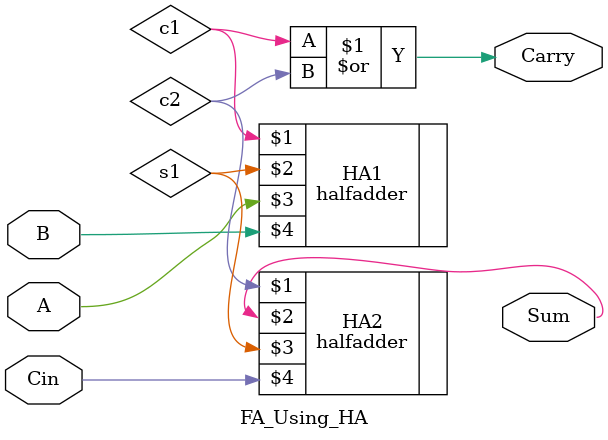
<source format=v>
`timescale 1ns / 1ps


module FA_Using_HA(Sum, Carry, A, B, Cin); 
input A, B, Cin;
output Sum, Carry;

//Wires are initialize by deafult
wire s1, c1, c2;

//logic
//HA instantiation by order

halfadder HA1(c1, s1, A, B);
halfadder HA2(c2, Sum, s1, Cin);
//HA Instantiation by name

//halfadder HA2(.Carry(c2), .Sum(Sum), .A(s1), .B(Cin));

or or1(Carry, c1, c2);


endmodule

//module instantiation

//DUT_Name_Inst_name(ports with same order of design)
//DUT_Name_Inst_name(ports_names should be same as current design)
</source>
